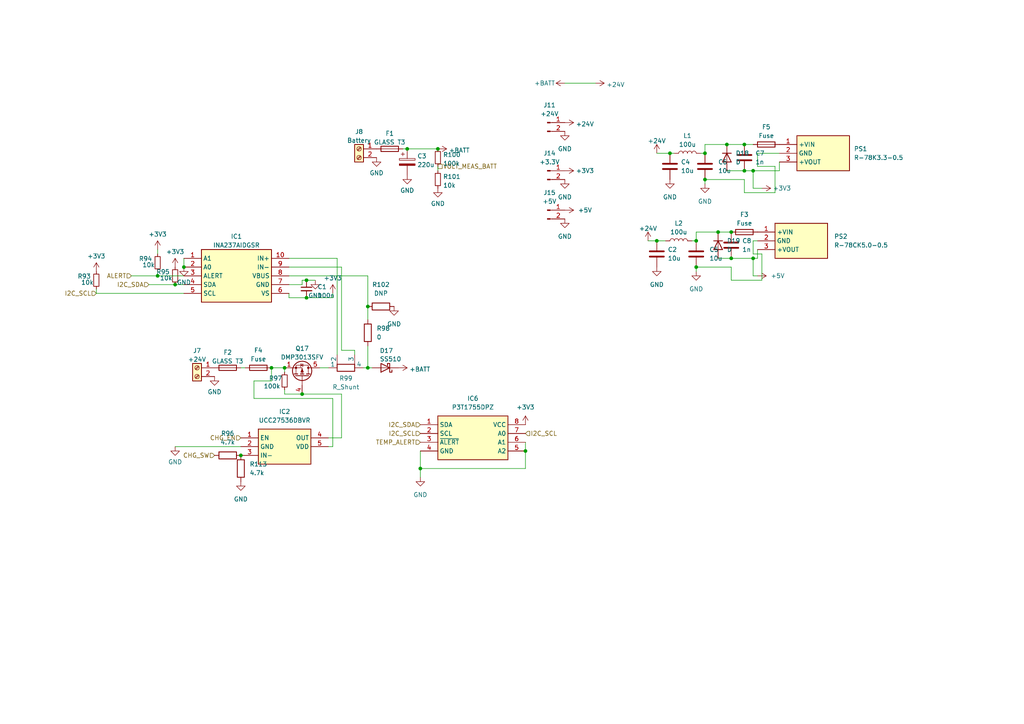
<source format=kicad_sch>
(kicad_sch (version 20231120) (generator "eeschema") (generator_version "8.0")
  (paper "A4")
  (lib_symbols
    (symbol "+BATT_1" (power) (pin_names (offset 0))
      (property "Value" "+BATT_1" (at 0 3.556 0))
      (symbol "+BATT_1_0_1"
        (polyline (pts (xy -0.762 1.27) (xy 0 2.54)))
        (polyline (pts (xy 0 0) (xy 0 2.54)))
        (polyline (pts (xy 0 2.54) (xy 0.762 1.27)))
      )
      (symbol "+BATT_1_1_1"
        (pin power_in line (at 0 0 90) (length 0) hide (name "+BATT") (number "1"))
      )
    )
    (symbol "Connector:Conn_01x02_Pin" (pin_names (offset 1.016) hide)
      (property "Reference" "J" (at 0 2.54 0))
      (property "Value" "Conn_01x02_Pin" (at 0 -5.08 0))
      (symbol "Conn_01x02_Pin_1_1"
        (polyline (pts (xy 1.27 -2.54) (xy 0.8636 -2.54)) (stroke (width 0.1524)))
        (polyline (pts (xy 1.27 0) (xy 0.8636 0)) (stroke (width 0.1524)))
        (rectangle (start 0.8636 -2.413) (end 0 -2.667) (stroke (width 0.1524)) (fill (type outline)))
        (rectangle (start 0.8636 0.127) (end 0 -0.127) (stroke (width 0.1524)) (fill (type outline)))
        (pin passive line (at 5.08 0 180) (length 3.81) (name "Pin_1") (number "1"))
        (pin passive line (at 5.08 -2.54 180) (length 3.81) (name "Pin_2") (number "2"))
      )
    )
    (symbol "Connector:Screw_Terminal_01x02" (pin_names (offset 1.016) hide)
      (property "Reference" "J" (at 0 2.54 0))
      (property "Value" "Screw_Terminal_01x02" (at 0 -5.08 0))
      (symbol "Screw_Terminal_01x02_1_1"
        (rectangle (start -1.27 1.27) (end 1.27 -3.81) (stroke (width 0.254)) (fill (type background)))
        (circle (center 0 -2.54) (radius 0.635) (stroke (width 0.1524)))
        (polyline (pts (xy -0.5334 -2.2098) (xy 0.3302 -3.048)) (stroke (width 0.1524)))
        (polyline (pts (xy -0.5334 0.3302) (xy 0.3302 -0.508)) (stroke (width 0.1524)))
        (polyline (pts (xy -0.3556 -2.032) (xy 0.508 -2.8702)) (stroke (width 0.1524)))
        (polyline (pts (xy -0.3556 0.508) (xy 0.508 -0.3302)) (stroke (width 0.1524)))
        (circle (center 0 0) (radius 0.635) (stroke (width 0.1524)))
        (pin passive line (at -5.08 0 0) (length 3.81) (name "Pin_1") (number "1"))
        (pin passive line (at -5.08 -2.54 0) (length 3.81) (name "Pin_2") (number "2"))
      )
    )
    (symbol "Device:C" (pin_numbers hide) (pin_names (offset 0.254))
      (property "Reference" "C" (at 0.635 2.54 0))
      (property "Value" "C" (at 0.635 -2.54 0))
      (symbol "C_0_1"
        (polyline (pts (xy -2.032 -0.762) (xy 2.032 -0.762)) (stroke (width 0.508)))
        (polyline (pts (xy -2.032 0.762) (xy 2.032 0.762)) (stroke (width 0.508)))
      )
      (symbol "C_1_1"
        (pin passive line (at 0 3.81 270) (length 2.794) (name "~") (number "1"))
        (pin passive line (at 0 -3.81 90) (length 2.794) (name "~") (number "2"))
      )
    )
    (symbol "Device:C_Polarized" (pin_numbers hide) (pin_names (offset 0.254))
      (property "Reference" "C" (at 0.635 2.54 0))
      (property "Value" "C_Polarized" (at 0.635 -2.54 0))
      (symbol "C_Polarized_0_1"
        (rectangle (start -2.286 0.508) (end 2.286 1.016))
        (polyline (pts (xy -1.778 2.286) (xy -0.762 2.286)))
        (polyline (pts (xy -1.27 2.794) (xy -1.27 1.778)))
        (rectangle (start 2.286 -0.508) (end -2.286 -1.016) (fill (type outline)))
      )
      (symbol "C_Polarized_1_1"
        (pin passive line (at 0 3.81 270) (length 2.794) (name "~") (number "1"))
        (pin passive line (at 0 -3.81 90) (length 2.794) (name "~") (number "2"))
      )
    )
    (symbol "Device:C_Small" (pin_numbers hide) (pin_names (offset 0.254) hide)
      (property "Reference" "C" (at 0.254 1.778 0))
      (property "Value" "C_Small" (at 0.254 -2.032 0))
      (symbol "C_Small_0_1"
        (polyline (pts (xy -1.524 -0.508) (xy 1.524 -0.508)) (stroke (width 0.3302)))
        (polyline (pts (xy -1.524 0.508) (xy 1.524 0.508)) (stroke (width 0.3048)))
      )
      (symbol "C_Small_1_1"
        (pin passive line (at 0 2.54 270) (length 2.032) (name "~") (number "1"))
        (pin passive line (at 0 -2.54 90) (length 2.032) (name "~") (number "2"))
      )
    )
    (symbol "Device:D" (pin_numbers hide) (pin_names (offset 1.016) hide)
      (property "Reference" "D" (at 0 2.54 0))
      (property "Value" "D" (at 0 -2.54 0))
      (symbol "D_0_1"
        (polyline (pts (xy -1.27 1.27) (xy -1.27 -1.27)) (stroke (width 0.254)))
        (polyline (pts (xy 1.27 0) (xy -1.27 0)))
        (polyline (pts (xy 1.27 1.27) (xy 1.27 -1.27) (xy -1.27 0) (xy 1.27 1.27)) (stroke (width 0.254)))
      )
      (symbol "D_1_1"
        (pin passive line (at -3.81 0 0) (length 2.54) (name "K") (number "1"))
        (pin passive line (at 3.81 0 180) (length 2.54) (name "A") (number "2"))
      )
    )
    (symbol "Device:D_Schottky" (pin_numbers hide) (pin_names (offset 1.016) hide)
      (property "Reference" "D" (at 0 2.54 0))
      (property "Value" "D_Schottky" (at 0 -2.54 0))
      (symbol "D_Schottky_0_1"
        (polyline (pts (xy 1.27 0) (xy -1.27 0)))
        (polyline (pts (xy 1.27 1.27) (xy 1.27 -1.27) (xy -1.27 0) (xy 1.27 1.27)) (stroke (width 0.254)))
        (polyline (pts (xy -1.905 0.635) (xy -1.905 1.27) (xy -1.27 1.27) (xy -1.27 -1.27) (xy -0.635 -1.27) (xy -0.635 -0.635)) (stroke (width 0.254)))
      )
      (symbol "D_Schottky_1_1"
        (pin passive line (at -3.81 0 0) (length 2.54) (name "K") (number "1"))
        (pin passive line (at 3.81 0 180) (length 2.54) (name "A") (number "2"))
      )
    )
    (symbol "Device:Fuse" (pin_numbers hide) (pin_names (offset 0))
      (property "Reference" "F" (at 2.032 0 90))
      (property "Value" "Fuse" (at -1.905 0 90))
      (symbol "Fuse_0_1"
        (rectangle (start -0.762 -2.54) (end 0.762 2.54) (stroke (width 0.254)))
        (polyline (pts (xy 0 2.54) (xy 0 -2.54)))
      )
      (symbol "Fuse_1_1"
        (pin passive line (at 0 3.81 270) (length 1.27) (name "~") (number "1"))
        (pin passive line (at 0 -3.81 90) (length 1.27) (name "~") (number "2"))
      )
    )
    (symbol "Device:L" (pin_numbers hide) (pin_names (offset 1.016) hide)
      (property "Reference" "L" (at -1.27 0 90))
      (property "Value" "L" (at 1.905 0 90))
      (symbol "L_0_1"
        (arc (start 0 -2.54) (mid 0.6323 -1.905) (end 0 -1.27))
        (arc (start 0 -1.27) (mid 0.6323 -0.635) (end 0 0))
        (arc (start 0 0) (mid 0.6323 0.635) (end 0 1.27))
        (arc (start 0 1.27) (mid 0.6323 1.905) (end 0 2.54))
      )
      (symbol "L_1_1"
        (pin passive line (at 0 3.81 270) (length 1.27) (name "1") (number "1"))
        (pin passive line (at 0 -3.81 90) (length 1.27) (name "2") (number "2"))
      )
    )
    (symbol "Device:R" (pin_numbers hide) (pin_names (offset 0))
      (property "Reference" "R" (at 2.032 0 90))
      (property "Value" "R" (at 0 0 90))
      (symbol "R_0_1"
        (rectangle (start -1.016 -2.54) (end 1.016 2.54) (stroke (width 0.254)))
      )
      (symbol "R_1_1"
        (pin passive line (at 0 3.81 270) (length 1.27) (name "~") (number "1"))
        (pin passive line (at 0 -3.81 90) (length 1.27) (name "~") (number "2"))
      )
    )
    (symbol "Device:R_Shunt" (pin_numbers hide) (pin_names (offset 0))
      (property "Reference" "R" (at -4.445 0 90))
      (property "Value" "R_Shunt" (at -2.54 0 90))
      (symbol "R_Shunt_0_1"
        (rectangle (start -1.016 -2.54) (end 1.016 2.54) (stroke (width 0.254)))
        (polyline (pts (xy 0 -2.54) (xy 1.27 -2.54)))
        (polyline (pts (xy 1.27 2.54) (xy 0 2.54)))
      )
      (symbol "R_Shunt_1_1"
        (pin passive line (at 0 5.08 270) (length 2.54) (name "1") (number "1"))
        (pin passive line (at 3.81 2.54 180) (length 2.54) (name "2") (number "2"))
        (pin passive line (at 3.81 -2.54 180) (length 2.54) (name "3") (number "3"))
        (pin passive line (at 0 -5.08 90) (length 2.54) (name "4") (number "4"))
      )
    )
    (symbol "Device:R_Small" (pin_numbers hide) (pin_names (offset 0.254) hide)
      (property "Reference" "R" (at 0.762 0.508 0))
      (property "Value" "R_Small" (at 0.762 -1.016 0))
      (symbol "R_Small_0_1"
        (rectangle (start -0.762 1.778) (end 0.762 -1.778) (stroke (width 0.2032)))
      )
      (symbol "R_Small_1_1"
        (pin passive line (at 0 2.54 270) (length 0.762) (name "~") (number "1"))
        (pin passive line (at 0 -2.54 90) (length 0.762) (name "~") (number "2"))
      )
    )
    (symbol "GND_1" (power) (pin_names (offset 0))
      (property "Value" "GND_1" (at 0 -3.81 0))
      (symbol "GND_1_0_1"
        (polyline (pts (xy 0 0) (xy 0 -1.27) (xy 1.27 -1.27) (xy 0 -2.54) (xy -1.27 -1.27) (xy 0 -1.27)))
      )
      (symbol "GND_1_1_1"
        (pin power_in line (at 0 0 270) (length 0) hide (name "GND") (number "1"))
      )
    )
    (symbol "GND_2" (power) (pin_names (offset 0))
      (property "Value" "GND_2" (at 0 -3.81 0))
      (symbol "GND_2_0_1"
        (polyline (pts (xy 0 0) (xy 0 -1.27) (xy 1.27 -1.27) (xy 0 -2.54) (xy -1.27 -1.27) (xy 0 -1.27)))
      )
      (symbol "GND_2_1_1"
        (pin power_in line (at 0 0 270) (length 0) hide (name "GND") (number "1"))
      )
    )
    (symbol "GND_3" (power) (pin_names (offset 0))
      (property "Value" "GND_3" (at 0 -3.81 0))
      (symbol "GND_3_0_1"
        (polyline (pts (xy 0 0) (xy 0 -1.27) (xy 1.27 -1.27) (xy 0 -2.54) (xy -1.27 -1.27) (xy 0 -1.27)))
      )
      (symbol "GND_3_1_1"
        (pin power_in line (at 0 0 270) (length 0) hide (name "GND") (number "1"))
      )
    )
    (symbol "GND_4" (power) (pin_names (offset 0))
      (property "Value" "GND_4" (at 0 -3.81 0))
      (symbol "GND_4_0_1"
        (polyline (pts (xy 0 0) (xy 0 -1.27) (xy 1.27 -1.27) (xy 0 -2.54) (xy -1.27 -1.27) (xy 0 -1.27)))
      )
      (symbol "GND_4_1_1"
        (pin power_in line (at 0 0 270) (length 0) hide (name "GND") (number "1"))
      )
    )
    (symbol "GND_5" (power) (pin_numbers hide) (pin_names (offset 0) hide)
      (property "Value" "GND" (at 0 -3.81 0))
      (symbol "GND_5_0_1"
        (polyline (pts (xy 0 0) (xy 0 -1.27) (xy 1.27 -1.27) (xy 0 -2.54) (xy -1.27 -1.27) (xy 0 -1.27)))
      )
      (symbol "GND_5_1_1"
        (pin power_in line (at 0 0 270) (length 0) (name "~") (number "1"))
      )
    )
    (symbol "INA237AIDGSR:INA237AIDGSR"
      (property "Reference" "IC" (at 26.67 7.62 0))
      (property "Value" "INA237AIDGSR" (at 26.67 5.08 0))
      (symbol "INA237AIDGSR_1_1"
        (rectangle (start 5.08 2.54) (end 25.4 -12.7) (stroke (width 0.254)) (fill (type background)))
        (pin input line (at 0 0 0) (length 5.08) (name "A1") (number "1"))
        (pin input line (at 30.48 0 180) (length 5.08) (name "IN+") (number "10"))
        (pin input line (at 0 -2.54 0) (length 5.08) (name "A0") (number "2"))
        (pin output line (at 0 -5.08 0) (length 5.08) (name "ALERT") (number "3"))
        (pin bidirectional line (at 0 -7.62 0) (length 5.08) (name "SDA") (number "4"))
        (pin input line (at 0 -10.16 0) (length 5.08) (name "SCL") (number "5"))
        (pin power_in line (at 30.48 -10.16 180) (length 5.08) (name "VS") (number "6"))
        (pin power_in line (at 30.48 -7.62 180) (length 5.08) (name "GND") (number "7"))
        (pin input line (at 30.48 -5.08 180) (length 5.08) (name "VBUS") (number "8"))
        (pin input line (at 30.48 -2.54 180) (length 5.08) (name "IN-") (number "9"))
      )
    )
    (symbol "P3T1755DPZ:P3T1755DPZ"
      (property "Reference" "IC" (at 26.67 7.62 0))
      (property "Value" "P3T1755DPZ" (at 26.67 5.08 0))
      (symbol "P3T1755DPZ_1_1"
        (rectangle (start 5.08 2.54) (end 25.4 -10.16) (stroke (width 0.254)) (fill (type background)))
        (pin passive line (at 0 0 0) (length 5.08) (name "SDA") (number "1"))
        (pin passive line (at 0 -2.54 0) (length 5.08) (name "SCL") (number "2"))
        (pin passive line (at 0 -5.08 0) (length 5.08) (name "~{ALERT}") (number "3"))
        (pin passive line (at 0 -7.62 0) (length 5.08) (name "GND") (number "4"))
        (pin passive line (at 30.48 -7.62 180) (length 5.08) (name "A2") (number "5"))
        (pin passive line (at 30.48 -5.08 180) (length 5.08) (name "A1") (number "6"))
        (pin passive line (at 30.48 -2.54 180) (length 5.08) (name "A0") (number "7"))
        (pin passive line (at 30.48 0 180) (length 5.08) (name "VCC") (number "8"))
      )
    )
    (symbol "R-78K3_3-0_5:R-78K3.3-0.5"
      (property "Reference" "PS" (at 21.59 7.62 0))
      (property "Value" "R-78K3.3-0.5" (at 21.59 5.08 0))
      (symbol "R-78K3.3-0.5_1_1"
        (rectangle (start 5.08 2.54) (end 20.32 -7.62) (stroke (width 0.254)) (fill (type background)))
        (pin passive line (at 0 0 0) (length 5.08) (name "+VIN") (number "1"))
        (pin passive line (at 0 -2.54 0) (length 5.08) (name "GND") (number "2"))
        (pin passive line (at 0 -5.08 0) (length 5.08) (name "+VOUT") (number "3"))
      )
    )
    (symbol "Transistor_FET:DMP3013SFV" (pin_names hide)
      (property "Reference" "Q" (at 5.08 1.905 0))
      (property "Value" "DMP3013SFV" (at 5.08 0 0))
      (symbol "DMP3013SFV_0_1"
        (polyline (pts (xy 0.254 0) (xy -2.54 0)))
        (polyline (pts (xy 0.254 1.905) (xy 0.254 -1.905)) (stroke (width 0.254)))
        (polyline (pts (xy 0.762 -1.27) (xy 0.762 -2.286)) (stroke (width 0.254)))
        (polyline (pts (xy 0.762 0.508) (xy 0.762 -0.508)) (stroke (width 0.254)))
        (polyline (pts (xy 0.762 2.286) (xy 0.762 1.27)) (stroke (width 0.254)))
        (polyline (pts (xy 2.54 2.54) (xy 2.54 1.778)))
        (polyline (pts (xy 2.54 -2.54) (xy 2.54 0) (xy 0.762 0)))
        (polyline (pts (xy 0.762 1.778) (xy 3.302 1.778) (xy 3.302 -1.778) (xy 0.762 -1.778)))
        (polyline (pts (xy 2.286 0) (xy 1.27 0.381) (xy 1.27 -0.381) (xy 2.286 0)) (fill (type outline)))
        (polyline (pts (xy 2.794 -0.508) (xy 2.921 -0.381) (xy 3.683 -0.381) (xy 3.81 -0.254)))
        (polyline (pts (xy 3.302 -0.381) (xy 2.921 0.254) (xy 3.683 0.254) (xy 3.302 -0.381)))
        (circle (center 1.651 0) (radius 2.794) (stroke (width 0.254)))
        (circle (center 2.54 -1.778) (radius 0.254) (fill (type outline)))
        (circle (center 2.54 1.778) (radius 0.254) (fill (type outline)))
      )
      (symbol "DMP3013SFV_1_1"
        (pin passive line (at 2.54 -5.08 90) (length 2.54) (name "S") (number "1"))
        (pin passive line (at 2.54 -5.08 90) (length 2.54) hide (name "S") (number "2"))
        (pin passive line (at 2.54 -5.08 90) (length 2.54) hide (name "S") (number "3"))
        (pin passive line (at -5.08 0 0) (length 2.54) (name "G") (number "4"))
        (pin passive line (at 2.54 5.08 270) (length 2.54) (name "D") (number "5"))
      )
    )
    (symbol "UCC27536DBVR:UCC27536DBVR"
      (property "Reference" "IC" (at 21.59 7.62 0))
      (property "Value" "UCC27536DBVR" (at 21.59 5.08 0))
      (symbol "UCC27536DBVR_1_1"
        (rectangle (start 5.08 2.54) (end 20.32 -7.62) (stroke (width 0.254)) (fill (type background)))
        (pin passive line (at 0 0 0) (length 5.08) (name "EN") (number "1"))
        (pin passive line (at 0 -2.54 0) (length 5.08) (name "GND") (number "2"))
        (pin passive line (at 0 -5.08 0) (length 5.08) (name "IN-") (number "3"))
        (pin passive line (at 25.4 0 180) (length 5.08) (name "OUT") (number "4"))
        (pin passive line (at 25.4 -2.54 180) (length 5.08) (name "VDD") (number "5"))
      )
    )
    (symbol "power:+24V" (power) (pin_names (offset 0))
      (property "Value" "+24V" (at 0 3.556 0))
      (symbol "+24V_0_1"
        (polyline (pts (xy -0.762 1.27) (xy 0 2.54)))
        (polyline (pts (xy 0 0) (xy 0 2.54)))
        (polyline (pts (xy 0 2.54) (xy 0.762 1.27)))
      )
      (symbol "+24V_1_1"
        (pin power_in line (at 0 0 90) (length 0) hide (name "+24V") (number "1"))
      )
    )
    (symbol "power:+3V3" (power) (pin_names (offset 0))
      (property "Value" "+3V3" (at 0 3.556 0))
      (symbol "+3V3_0_1"
        (polyline (pts (xy -0.762 1.27) (xy 0 2.54)))
        (polyline (pts (xy 0 0) (xy 0 2.54)))
        (polyline (pts (xy 0 2.54) (xy 0.762 1.27)))
      )
      (symbol "+3V3_1_1"
        (pin power_in line (at 0 0 90) (length 0) hide (name "+3V3") (number "1"))
      )
    )
    (symbol "power:+5V" (power) (pin_names (offset 0))
      (property "Value" "+5V" (at 0 3.556 0))
      (symbol "+5V_0_1"
        (polyline (pts (xy -0.762 1.27) (xy 0 2.54)))
        (polyline (pts (xy 0 0) (xy 0 2.54)))
        (polyline (pts (xy 0 2.54) (xy 0.762 1.27)))
      )
      (symbol "+5V_1_1"
        (pin power_in line (at 0 0 90) (length 0) hide (name "+5V") (number "1"))
      )
    )
    (symbol "power:+BATT" (power) (pin_names (offset 0))
      (property "Value" "+BATT" (at 0 3.556 0))
      (symbol "+BATT_0_1"
        (polyline (pts (xy -0.762 1.27) (xy 0 2.54)))
        (polyline (pts (xy 0 0) (xy 0 2.54)))
        (polyline (pts (xy 0 2.54) (xy 0.762 1.27)))
      )
      (symbol "+BATT_1_1"
        (pin power_in line (at 0 0 90) (length 0) hide (name "+BATT") (number "1"))
      )
    )
    (symbol "power:GND" (power) (pin_names (offset 0))
      (property "Value" "GND" (at 0 -3.81 0))
      (symbol "GND_0_1"
        (polyline (pts (xy 0 0) (xy 0 -1.27) (xy 1.27 -1.27) (xy 0 -2.54) (xy -1.27 -1.27) (xy 0 -1.27)))
      )
      (symbol "GND_1_1"
        (pin power_in line (at 0 0 270) (length 0) hide (name "GND") (number "1"))
      )
    )
  )
  (junction (at 204.47 44.45))
  (junction (at 201.93 69.85))
  (junction (at 69.85 132.08))
  (junction (at 121.92 135.89))
  (junction (at 45.72 80.01))
  (junction (at 127 43.18))
  (junction (at 212.09 74.93))
  (junction (at 204.47 52.07))
  (junction (at 210.82 41.91))
  (junction (at 53.34 77.47))
  (junction (at 87.63 114.3))
  (junction (at 218.44 74.93))
  (junction (at 88.9 81.28))
  (junction (at 106.68 88.9))
  (junction (at 212.09 67.31))
  (junction (at 82.55 106.68))
  (junction (at 152.4 130.81))
  (junction (at 106.68 106.68))
  (junction (at 215.9 41.91))
  (junction (at 190.5 69.85))
  (junction (at 118.11 43.18))
  (junction (at 88.9 86.36))
  (junction (at 208.28 67.31))
  (junction (at 218.44 49.53))
  (junction (at 201.93 77.47))
  (junction (at 78.74 106.68))
  (junction (at 50.8 82.55))
  (junction (at 215.9 49.53))
  (junction (at 194.31 44.45))
  (wire (pts (xy 118.11 43.18) (xy 127 43.18)))
  (wire (pts (xy 187.96 69.85) (xy 190.5 69.85)))
  (wire (pts (xy 53.34 74.93) (xy 53.34 77.47)))
  (wire (pts (xy 220.98 54.61) (xy 218.44 54.61)))
  (wire (pts (xy 190.5 69.85) (xy 193.04 69.85)))
  (wire (pts (xy 212.09 77.47) (xy 201.93 77.47)))
  (wire (pts (xy 218.44 80.01) (xy 218.44 74.93)))
  (wire (pts (xy 83.82 77.47) (xy 99.06 77.47)))
  (wire (pts (xy 218.44 73.66) (xy 220.98 73.66)))
  (wire (pts (xy 208.28 74.93) (xy 212.09 74.93)))
  (wire (pts (xy 219.71 48.26) (xy 224.79 48.26)))
  (wire (pts (xy 73.66 115.57) (xy 73.66 110.49)))
  (wire (pts (xy 97.79 74.93) (xy 97.79 102.87)))
  (wire (pts (xy 215.9 49.53) (xy 218.44 49.53)))
  (wire (pts (xy 95.25 127) (xy 99.06 127)))
  (wire (pts (xy 73.66 110.49) (xy 78.74 110.49)))
  (wire (pts (xy 82.55 114.3) (xy 82.55 113.03)))
  (wire (pts (xy 45.72 80.01) (xy 53.34 80.01)))
  (wire (pts (xy 127 48.26) (xy 127 49.53)))
  (wire (pts (xy 201.93 67.31) (xy 201.93 69.85)))
  (wire (pts (xy 83.82 74.93) (xy 97.79 74.93)))
  (wire (pts (xy 118.11 43.18) (xy 116.84 43.18)))
  (wire (pts (xy 87.63 114.3) (xy 99.06 114.3)))
  (wire (pts (xy 82.55 106.68) (xy 82.55 107.95)))
  (wire (pts (xy 204.47 53.34) (xy 204.47 52.07)))
  (wire (pts (xy 215.9 52.07) (xy 204.47 52.07)))
  (wire (pts (xy 102.87 101.6) (xy 102.87 102.87)))
  (wire (pts (xy 218.44 49.53) (xy 226.06 49.53)))
  (wire (pts (xy 99.06 114.3) (xy 99.06 127)))
  (wire (pts (xy 121.92 135.89) (xy 152.4 135.89)))
  (wire (pts (xy 78.74 106.68) (xy 82.55 106.68)))
  (wire (pts (xy 219.71 80.01) (xy 218.44 80.01)))
  (wire (pts (xy 215.9 41.91) (xy 218.44 41.91)))
  (wire (pts (xy 204.47 41.91) (xy 204.47 44.45)))
  (wire (pts (xy 106.68 80.01) (xy 106.68 88.9)))
  (wire (pts (xy 210.82 41.91) (xy 215.9 41.91)))
  (wire (pts (xy 99.06 101.6) (xy 102.87 101.6)))
  (wire (pts (xy 204.47 41.91) (xy 210.82 41.91)))
  (wire (pts (xy 194.31 44.45) (xy 195.58 44.45)))
  (wire (pts (xy 121.92 135.89) (xy 121.92 130.81)))
  (wire (pts (xy 218.44 73.66) (xy 218.44 69.85)))
  (wire (pts (xy 219.71 44.45) (xy 226.06 44.45)))
  (wire (pts (xy 96.52 115.57) (xy 73.66 115.57)))
  (wire (pts (xy 50.8 82.55) (xy 53.34 82.55)))
  (wire (pts (xy 201.93 69.85) (xy 200.66 69.85)))
  (wire (pts (xy 204.47 44.45) (xy 203.2 44.45)))
  (wire (pts (xy 190.5 44.45) (xy 194.31 44.45)))
  (wire (pts (xy 220.98 81.28) (xy 212.09 81.28)))
  (wire (pts (xy 87.63 81.28) (xy 87.63 82.55)))
  (wire (pts (xy 218.44 54.61) (xy 218.44 49.53)))
  (wire (pts (xy 107.95 106.68) (xy 106.68 106.68)))
  (wire (pts (xy 53.34 85.09) (xy 27.94 85.09)))
  (wire (pts (xy 201.93 67.31) (xy 208.28 67.31)))
  (wire (pts (xy 88.9 81.28) (xy 87.63 81.28)))
  (wire (pts (xy 152.4 130.81) (xy 152.4 135.89)))
  (wire (pts (xy 96.52 86.36) (xy 96.52 85.09)))
  (wire (pts (xy 219.71 74.93) (xy 219.71 72.39)))
  (wire (pts (xy 83.82 80.01) (xy 106.68 80.01)))
  (wire (pts (xy 106.68 88.9) (xy 106.68 92.71)))
  (wire (pts (xy 226.06 49.53) (xy 226.06 46.99)))
  (wire (pts (xy 27.94 85.09) (xy 27.94 83.82)))
  (wire (pts (xy 95.25 129.54) (xy 96.52 129.54)))
  (wire (pts (xy 152.4 128.27) (xy 152.4 130.81)))
  (wire (pts (xy 201.93 78.74) (xy 201.93 77.47)))
  (wire (pts (xy 83.82 82.55) (xy 87.63 82.55)))
  (wire (pts (xy 163.83 24.13) (xy 172.72 24.13)))
  (wire (pts (xy 95.25 106.68) (xy 92.71 106.68)))
  (wire (pts (xy 106.68 100.33) (xy 106.68 106.68)))
  (wire (pts (xy 208.28 67.31) (xy 212.09 67.31)))
  (wire (pts (xy 218.44 74.93) (xy 219.71 74.93)))
  (wire (pts (xy 43.18 82.55) (xy 50.8 82.55)))
  (wire (pts (xy 215.9 55.88) (xy 215.9 52.07)))
  (wire (pts (xy 78.74 110.49) (xy 78.74 106.68)))
  (wire (pts (xy 50.8 129.54) (xy 69.85 129.54)))
  (wire (pts (xy 210.82 49.53) (xy 215.9 49.53)))
  (wire (pts (xy 224.79 48.26) (xy 224.79 55.88)))
  (wire (pts (xy 38.1 80.01) (xy 45.72 80.01)))
  (wire (pts (xy 218.44 69.85) (xy 219.71 69.85)))
  (wire (pts (xy 212.09 74.93) (xy 218.44 74.93)))
  (wire (pts (xy 99.06 77.47) (xy 99.06 101.6)))
  (wire (pts (xy 219.71 48.26) (xy 219.71 44.45)))
  (wire (pts (xy 212.09 81.28) (xy 212.09 77.47)))
  (wire (pts (xy 45.72 73.66) (xy 45.72 72.39)))
  (wire (pts (xy 220.98 73.66) (xy 220.98 81.28)))
  (wire (pts (xy 88.9 86.36) (xy 96.52 86.36)))
  (wire (pts (xy 121.92 138.43) (xy 121.92 135.89)))
  (wire (pts (xy 106.68 106.68) (xy 105.41 106.68)))
  (wire (pts (xy 91.44 81.28) (xy 88.9 81.28)))
  (wire (pts (xy 69.85 106.68) (xy 71.12 106.68)))
  (wire (pts (xy 45.72 78.74) (xy 45.72 80.01)))
  (wire (pts (xy 83.82 86.36) (xy 88.9 86.36)))
  (wire (pts (xy 82.55 114.3) (xy 87.63 114.3)))
  (wire (pts (xy 83.82 86.36) (xy 83.82 85.09)))
  (wire (pts (xy 224.79 55.88) (xy 215.9 55.88)))
  (wire (pts (xy 96.52 129.54) (xy 96.52 115.57)))
  (hierarchical_label "VOLT_MEAS_BATT" (shape passive) (at 127 48.26 0))
  (hierarchical_label "I2C_SCL" (shape input) (at 27.94 85.09 180))
  (hierarchical_label "I2C_SCL" (shape input) (at 121.92 125.73 180))
  (hierarchical_label "TEMP_ALERT" (shape input) (at 121.92 128.27 180))
  (hierarchical_label "I2C_SCL" (shape input) (at 152.4 125.73 0))
  (hierarchical_label "I2C_SDA" (shape input) (at 43.18 82.55 180))
  (hierarchical_label "CHG_EN" (shape input) (at 69.85 127 180))
  (hierarchical_label "I2C_SDA" (shape input) (at 121.92 123.19 180))
  (hierarchical_label "CHG_SW" (shape input) (at 62.23 132.08 180))
  (hierarchical_label "ALERT" (shape input) (at 38.1 80.01 180))
  (symbol (lib_name "GND_3") (lib_id "power:GND") (at 127 54.61 0) (unit 1)
    (property "Reference" "#PWR098" (effects (hide yes)))
    (property "Value" "GND" (at 127 59.0534 0))
  )
  (symbol (lib_id "UCC27536DBVR:UCC27536DBVR") (at 69.85 127 0) (unit 1)
    (property "Reference" "IC2" (at 82.55 119.38 0))
    (property "Value" "UCC27536DBVR" (at 82.55 121.92 0))
    (property "Footprint" "Library:SOT95P280X145-5N" (effects (hide yes)))
    (property "Datasheet" "http://www.ti.com/general/docs/suppproductinfo.tsp?distId=10&gotoUrl=http%3A%2F%2Fwww.ti.com%2Flit%2Fgpn%2Fucc27533" (effects (hide yes)))
    (property "Height" "1.45" (effects (hide yes)))
    (property "Mouser Part Number" "595-UCC27536DBVR" (effects (hide yes)))
    (property "Mouser Price/Stock" "https://www.mouser.co.uk/ProductDetail/Texas-Instruments/UCC27536DBVR?qs=agb8jVP5T2duSTBNeBxClA%3D%3D" (effects (hide yes)))
    (property "Manufacturer_Name" "Texas Instruments" (effects (hide yes)))
    (property "Manufacturer_Part_Number" "UCC27536DBVR" (effects (hide yes)))
  )
  (symbol (lib_id "power:+24V") (at 187.96 69.85 0) (unit 1)
    (property "Reference" "#PWR092" (effects (hide yes)))
    (property "Value" "+24V" (at 187.96 66.2742 0))
  )
  (symbol (lib_name "GND_4") (lib_id "power:GND") (at 201.93 78.74 0) (unit 1)
    (property "Reference" "#PWR095" (effects (hide yes)))
    (property "Value" "GND" (at 201.93 83.82 0))
  )
  (symbol (lib_id "INA237AIDGSR:INA237AIDGSR") (at 53.34 74.93 0) (unit 1)
    (property "Reference" "IC1" (at 68.58 68.58 0))
    (property "Value" "INA237AIDGSR" (at 68.58 71.12 0))
    (property "Footprint" "Library:SOP50P490X110-10N" (effects (hide yes)))
    (property "Datasheet" "https://www.ti.com/lit/gpn/INA237" (effects (hide yes)))
    (property "Height" "1.1" (effects (hide yes)))
    (property "Manufacturer_Name" "Texas Instruments" (effects (hide yes)))
    (property "Manufacturer_Part_Number" "INA237AIDGSR" (effects (hide yes)))
    (property "Mouser Part Number" "595-INA237AIDGSR" (effects (hide yes)))
    (property "Mouser Price/Stock" "https://www.mouser.co.uk/ProductDetail/Texas-Instruments/INA237AIDGSR?qs=CiayqK2gdcIU2cM0wwJ5Kg%3D%3D" (effects (hide yes)))
    (property "Arrow Part Number" "INA237AIDGSR" (effects (hide yes)))
    (property "Arrow Price/Stock" "https://www.arrow.com/en/products/ina237aidgsr/texas-instruments?region=nac" (effects (hide yes)))
  )
  (symbol (lib_id "Device:Fuse") (at 74.93 106.68 90) (unit 1)
    (property "Reference" "F4" (at 74.93 101.6 90))
    (property "Value" "Fuse" (at 74.93 104.14 90))
    (property "Footprint" "Fuse:Fuse_2920_7451Metric_Pad2.10x5.45mm_HandSolder" (effects (hide yes)))
  )
  (symbol (lib_id "Device:L") (at 199.39 44.45 90) (unit 1)
    (property "Reference" "L1" (at 199.39 39.37 90))
    (property "Value" "100u" (at 199.39 41.91 90))
    (property "Footprint" "Inductor_SMD:L_Bourns-SRN4018" (effects (hide yes)))
  )
  (symbol (lib_id "Device:D") (at 208.28 71.12 270) (unit 1)
    (property "Reference" "D19" (at 210.82 69.85 90) (effects (justify left)))
    (property "Value" "D" (at 210.82 72.39 90) (effects (justify left)))
    (property "Footprint" "Diode_SMD:D_SOD-323F" (effects (hide yes)))
    (property "Sim.Device" "D" (effects (hide yes)))
    (property "Sim.Pins" "1=K 2=A" (effects (hide yes)))
  )
  (symbol (lib_id "power:+3V3") (at 50.8 77.47 0) (unit 1)
    (property "Reference" "#PWR086" (effects (hide yes)))
    (property "Value" "+3V3" (at 50.8 73.025 0))
  )
  (symbol (lib_id "Device:D") (at 210.82 45.72 270) (unit 1)
    (property "Reference" "D18" (at 213.36 44.45 90) (effects (justify left)))
    (property "Value" "D" (at 213.36 46.99 90) (effects (justify left)))
    (property "Footprint" "Diode_SMD:D_SOD-323F" (effects (hide yes)))
    (property "Sim.Device" "D" (effects (hide yes)))
    (property "Sim.Pins" "1=K 2=A" (effects (hide yes)))
  )
  (symbol (lib_id "Device:R_Small") (at 50.8 80.01 0) (unit 1)
    (property "Reference" "R95" (at 45.339 78.867 0) (effects (justify left)))
    (property "Value" "10k" (at 46.355 80.645 0) (effects (justify left)))
    (property "Footprint" "Resistor_SMD:R_0603_1608Metric_Pad0.98x0.95mm_HandSolder" (effects (hide yes)))
  )
  (symbol (lib_id "Connector:Conn_01x02_Pin") (at 158.75 60.96 0) (unit 1)
    (property "Reference" "J15" (at 159.385 55.88 0))
    (property "Value" "+5V" (at 159.385 58.42 0))
    (property "Footprint" "Connector_PinHeader_2.54mm:PinHeader_1x02_P2.54mm_Vertical" (effects (hide yes)))
  )
  (symbol (lib_id "power:+3V3") (at 45.72 72.39 0) (unit 1)
    (property "Reference" "#PWR085" (effects (hide yes)))
    (property "Value" "+3V3" (at 45.72 67.945 0))
  )
  (symbol (lib_id "Device:C") (at 204.47 48.26 0) (unit 1)
    (property "Reference" "C6" (at 208.28 46.99 0) (effects (justify left)))
    (property "Value" "10u" (at 208.28 49.53 0) (effects (justify left)))
    (property "Footprint" "Capacitor_SMD:C_0603_1608Metric_Pad1.08x0.95mm_HandSolder" (effects (hide yes)))
  )
  (symbol (lib_name "GND_5") (lib_id "power:GND") (at 69.85 139.7 0) (unit 1)
    (property "Reference" "#PWR0141" (effects (hide yes)))
    (property "Value" "GND" (at 69.85 144.78 0))
    (property "Description" "Power symbol creates a global label with name \"GND\" , ground" (effects (hide yes)))
  )
  (symbol (lib_id "power:GND") (at 121.92 138.43 0) (unit 1)
    (property "Reference" "#PWR0118" (effects (hide yes)))
    (property "Value" "GND" (at 121.92 143.51 0))
  )
  (symbol (lib_id "Device:Fuse") (at 215.9 67.31 90) (unit 1)
    (property "Reference" "F3" (at 215.9 62.23 90))
    (property "Value" "Fuse" (at 215.9 64.77 90))
    (property "Footprint" "Fuse:Fuse_2920_7451Metric_Pad2.10x5.45mm_HandSolder" (effects (hide yes)))
  )
  (symbol (lib_id "Device:D_Schottky") (at 111.76 106.68 180) (unit 1)
    (property "Reference" "D17" (at 112.0775 101.7102 0))
    (property "Value" "SS510" (at 113.284 104.14 0))
    (property "Footprint" "Diode_SMD:D_SMA_Handsoldering" (effects (hide yes)))
  )
  (symbol (lib_name "GND_3") (lib_id "power:GND") (at 91.44 81.28 0) (unit 1)
    (property "Reference" "#PWR089" (effects (hide yes)))
    (property "Value" "GND" (at 91.44 85.7234 0))
  )
  (symbol (lib_id "power:+BATT") (at 163.83 24.13 90) (unit 1)
    (property "Reference" "#PWR0100" (effects (hide yes)))
    (property "Value" "+BATT" (at 154.94 24.13 90) (effects (justify right)))
  )
  (symbol (lib_id "Device:R_Small") (at 82.55 110.49 0) (unit 1)
    (property "Reference" "R97" (at 77.978 109.728 0) (effects (justify left)))
    (property "Value" "100k" (at 76.454 112.014 0) (effects (justify left)))
    (property "Footprint" "Resistor_SMD:R_0603_1608Metric_Pad0.98x0.95mm_HandSolder" (effects (hide yes)))
  )
  (symbol (lib_id "power:+BATT") (at 127 43.18 270) (unit 1)
    (property "Reference" "#PWR099" (effects (hide yes)))
    (property "Value" "+BATT" (at 130.175 43.6138 90) (effects (justify left)))
  )
  (symbol (lib_id "Device:R") (at 66.04 132.08 90) (unit 1)
    (property "Reference" "R96" (at 66.04 125.73 90))
    (property "Value" "4.7k" (at 66.04 128.27 90))
    (property "Footprint" "Resistor_SMD:R_0603_1608Metric_Pad0.98x0.95mm_HandSolder" (effects (hide yes)))
  )
  (symbol (lib_id "Connector:Conn_01x02_Pin") (at 158.75 35.56 0) (unit 1)
    (property "Reference" "J11" (at 159.385 30.48 0))
    (property "Value" "+24V" (at 159.385 33.02 0))
    (property "Footprint" "Connector_PinHeader_2.54mm:PinHeader_1x02_P2.54mm_Vertical" (effects (hide yes)))
  )
  (symbol (lib_id "R-78K3_3-0_5:R-78K3.3-0.5") (at 219.71 67.31 0) (unit 1)
    (property "Reference" "PS2" (at 241.935 68.58 0) (effects (justify left)))
    (property "Value" "R-78CK5.0-0.5" (at 241.935 71.12 0) (effects (justify left)))
    (property "Footprint" "Library:R78K3305" (effects (hide yes)))
    (property "Datasheet" "https://recom-power.com/pdf/Innoline/R-78K-0.5.pdf" (effects (hide yes)))
    (property "Height" "10.7" (effects (hide yes)))
    (property "Mouser Part Number" "919-R-78K3.3-0.5" (effects (hide yes)))
    (property "Mouser Price/Stock" "https://www.mouser.co.uk/ProductDetail/RECOM-Power/R-78K3.3-0.5?qs=Jm2GQyTW%2Fbj7sBbJVsNKog%3D%3D" (effects (hide yes)))
    (property "Manufacturer_Name" "RECOM Power" (effects (hide yes)))
    (property "Manufacturer_Part_Number" "R-78K3.3-0.5" (effects (hide yes)))
  )
  (symbol (lib_id "power:GND") (at 163.83 52.07 0) (unit 1)
    (property "Reference" "#PWR0132" (effects (hide yes)))
    (property "Value" "GND" (at 163.83 57.15 0))
  )
  (symbol (lib_id "Device:R") (at 69.85 135.89 180) (unit 1)
    (property "Reference" "R113" (at 72.39 134.6199 0) (effects (justify right)))
    (property "Value" "4.7k" (at 72.39 137.1599 0) (effects (justify right)))
    (property "Footprint" "Resistor_SMD:R_0603_1608Metric_Pad0.98x0.95mm_HandSolder" (effects (hide yes)))
  )
  (symbol (lib_id "power:+3V3") (at 220.98 54.61 270) (unit 1)
    (property "Reference" "#PWR0106" (effects (hide yes)))
    (property "Value" "+3V3" (at 224.155 54.61 90) (effects (justify left)))
  )
  (symbol (lib_name "GND_4") (lib_id "power:GND") (at 204.47 53.34 0) (unit 1)
    (property "Reference" "#PWR0104" (effects (hide yes)))
    (property "Value" "GND" (at 204.47 58.42 0))
  )
  (symbol (lib_id "Device:Fuse") (at 66.04 106.68 270) (unit 1)
    (property "Reference" "F2" (at 66.04 102.2182 90))
    (property "Value" "GLASS T3" (at 66.04 104.7551 90))
    (property "Footprint" "Fuse:Fuseholder_Littelfuse_100_series_5x20mm" (effects (hide yes)))
  )
  (symbol (lib_id "Connector:Conn_01x02_Pin") (at 158.75 49.53 0) (unit 1)
    (property "Reference" "J14" (at 159.385 44.45 0))
    (property "Value" "+3.3V" (at 159.385 46.99 0))
    (property "Footprint" "Connector_PinHeader_2.54mm:PinHeader_1x02_P2.54mm_Vertical" (effects (hide yes)))
  )
  (symbol (lib_name "GND_2") (lib_id "power:GND") (at 109.22 45.72 0) (unit 1)
    (property "Reference" "#PWR093" (effects (hide yes)))
    (property "Value" "GND" (at 109.22 50.1634 0))
  )
  (symbol (lib_name "GND_4") (lib_id "power:GND") (at 190.5 77.47 0) (unit 1)
    (property "Reference" "#PWR094" (effects (hide yes)))
    (property "Value" "GND" (at 190.5 82.55 0))
  )
  (symbol (lib_id "Device:R_Small") (at 127 45.72 0) (unit 1)
    (property "Reference" "R100" (at 128.4986 44.8853 0) (effects (justify left)))
    (property "Value" "100k" (at 128.4986 47.4222 0) (effects (justify left)))
    (property "Footprint" "Resistor_SMD:R_0603_1608Metric_Pad0.98x0.95mm_HandSolder" (effects (hide yes)))
  )
  (symbol (lib_id "Connector:Screw_Terminal_01x02") (at 104.14 43.18 0) (mirror y) (unit 1)
    (property "Reference" "J8" (at 104.14 38.2102 0))
    (property "Value" "Battery" (at 104.14 40.7471 0))
    (property "Footprint" "TerminalBlock:TerminalBlock_bornier-2_P5.08mm" (effects (hide yes)))
  )
  (symbol (lib_id "power:+5V") (at 163.83 60.96 270) (unit 1)
    (property "Reference" "#PWR0136" (effects (hide yes)))
    (property "Value" "+5V" (at 167.64 60.96 90) (effects (justify left)))
  )
  (symbol (lib_id "Device:C") (at 194.31 48.26 0) (unit 1)
    (property "Reference" "C4" (at 197.485 46.99 0) (effects (justify left)))
    (property "Value" "10u" (at 197.485 49.53 0) (effects (justify left)))
    (property "Footprint" "Capacitor_SMD:C_0603_1608Metric_Pad1.08x0.95mm_HandSolder" (effects (hide yes)))
  )
  (symbol (lib_id "Device:R") (at 106.68 96.52 0) (unit 1)
    (property "Reference" "R98" (at 109.22 95.25 0) (effects (justify left)))
    (property "Value" "0" (at 109.22 97.79 0) (effects (justify left)))
    (property "Footprint" "Resistor_SMD:R_0603_1608Metric_Pad0.98x0.95mm_HandSolder" (effects (hide yes)))
  )
  (symbol (lib_id "power:+3V3") (at 27.94 78.74 0) (unit 1)
    (property "Reference" "#PWR084" (effects (hide yes)))
    (property "Value" "+3V3" (at 27.94 74.295 0))
  )
  (symbol (lib_id "Device:R_Small") (at 127 52.07 0) (unit 1)
    (property "Reference" "R101" (at 128.4986 51.2353 0) (effects (justify left)))
    (property "Value" "10k" (at 128.4986 53.7722 0) (effects (justify left)))
    (property "Footprint" "Resistor_SMD:R_0603_1608Metric_Pad0.98x0.95mm_HandSolder" (effects (hide yes)))
  )
  (symbol (lib_id "Device:R_Small") (at 45.72 76.2 0) (unit 1)
    (property "Reference" "R94" (at 40.259 75.057 0) (effects (justify left)))
    (property "Value" "10k" (at 41.275 76.835 0) (effects (justify left)))
    (property "Footprint" "Resistor_SMD:R_0603_1608Metric_Pad0.98x0.95mm_HandSolder" (effects (hide yes)))
  )
  (symbol (lib_id "Device:L") (at 196.85 69.85 90) (unit 1)
    (property "Reference" "L2" (at 196.85 64.77 90))
    (property "Value" "100u" (at 196.85 67.31 90))
    (property "Footprint" "Inductor_SMD:L_Bourns-SRN4018" (effects (hide yes)))
  )
  (symbol (lib_id "Device:R_Small") (at 27.94 81.28 0) (unit 1)
    (property "Reference" "R93" (at 22.479 80.137 0) (effects (justify left)))
    (property "Value" "10k" (at 23.495 81.915 0) (effects (justify left)))
    (property "Footprint" "Resistor_SMD:R_0603_1608Metric_Pad0.98x0.95mm_HandSolder" (effects (hide yes)))
  )
  (symbol (lib_id "Connector:Screw_Terminal_01x02") (at 57.15 106.68 0) (mirror y) (unit 1)
    (property "Reference" "J7" (at 57.15 101.7102 0))
    (property "Value" "+24V" (at 57.15 104.2471 0))
    (property "Footprint" "Connector_BarrelJack:BarrelJack_Wuerth_6941xx301002" (effects (hide yes)))
  )
  (symbol (lib_id "power:+3V3") (at 163.83 49.53 270) (unit 1)
    (property "Reference" "#PWR0135" (effects (hide yes)))
    (property "Value" "+3V3" (at 167.005 49.53 90) (effects (justify left)))
  )
  (symbol (lib_id "Transistor_FET:DMP3013SFV") (at 87.63 109.22 270) (mirror x) (unit 1)
    (property "Reference" "Q17" (at 87.63 101.0752 90))
    (property "Value" "DMP3013SFV" (at 87.63 103.6121 90))
    (property "Footprint" "Package_SON:Diodes_PowerDI3333-8" (effects (hide yes)))
    (property "Datasheet" "https://www.diodes.com/assets/Datasheets/DMP3013SFV.pdf" (effects (hide yes)))
  )
  (symbol (lib_id "power:+24V") (at 190.5 44.45 0) (unit 1)
    (property "Reference" "#PWR0103" (effects (hide yes)))
    (property "Value" "+24V" (at 190.5 40.8742 0))
  )
  (symbol (lib_id "P3T1755DPZ:P3T1755DPZ") (at 121.92 123.19 0) (unit 1)
    (property "Reference" "IC6" (at 137.16 115.57 0))
    (property "Value" "P3T1755DPZ" (at 137.16 118.11 0))
    (property "Footprint" "Library:P3T1755DPZ" (effects (hide yes)))
    (property "Datasheet" "https://www.nxp.com/docs/en/data-sheet/P3T1755DS.pdf" (effects (hide yes)))
    (property "Height" "1.1" (effects (hide yes)))
    (property "Mouser Part Number" "771-P3T1755DPZ" (effects (hide yes)))
    (property "Mouser Price/Stock" "https://www.mouser.co.uk/ProductDetail/NXP-Semiconductors/P3T1755DPZ?qs=rQFj71Wb1eWT4G6DVajfNw%3D%3D" (effects (hide yes)))
    (property "Manufacturer_Name" "NXP" (effects (hide yes)))
    (property "Manufacturer_Part_Number" "P3T1755DPZ" (effects (hide yes)))
  )
  (symbol (lib_id "power:GND") (at 163.83 38.1 0) (unit 1)
    (property "Reference" "#PWR0133" (effects (hide yes)))
    (property "Value" "GND" (at 163.83 43.18 0))
  )
  (symbol (lib_id "power:+5V") (at 219.71 80.01 270) (unit 1)
    (property "Reference" "#PWR0105" (effects (hide yes)))
    (property "Value" "+5V" (at 223.52 80.01 90) (effects (justify left)))
  )
  (symbol (lib_id "Device:C_Polarized") (at 118.11 46.99 0) (unit 1)
    (property "Reference" "C3" (at 121.031 45.2663 0) (effects (justify left)))
    (property "Value" "220u" (at 121.031 47.8032 0) (effects (justify left)))
    (property "Footprint" "Capacitor_THT:C_Radial_D10.0mm_H12.5mm_P5.00mm" (effects (hide yes)))
  )
  (symbol (lib_id "R-78K3_3-0_5:R-78K3.3-0.5") (at 226.06 41.91 0) (unit 1)
    (property "Reference" "PS1" (at 247.65 43.18 0) (effects (justify left)))
    (property "Value" "R-78K3.3-0.5" (at 247.65 45.72 0) (effects (justify left)))
    (property "Footprint" "Library:R78K3305" (effects (hide yes)))
    (property "Datasheet" "https://recom-power.com/pdf/Innoline/R-78K-0.5.pdf" (effects (hide yes)))
    (property "Height" "10.7" (effects (hide yes)))
    (property "Mouser Part Number" "919-R-78K3.3-0.5" (effects (hide yes)))
    (property "Mouser Price/Stock" "https://www.mouser.co.uk/ProductDetail/RECOM-Power/R-78K3.3-0.5?qs=Jm2GQyTW%2Fbj7sBbJVsNKog%3D%3D" (effects (hide yes)))
    (property "Manufacturer_Name" "RECOM Power" (effects (hide yes)))
    (property "Manufacturer_Part_Number" "R-78K3.3-0.5" (effects (hide yes)))
  )
  (symbol (lib_id "Device:C_Small") (at 88.9 83.82 0) (unit 1)
    (property "Reference" "C1" (at 92.075 83.1913 0) (effects (justify left)))
    (property "Value" "100n" (at 92.075 85.7313 0) (effects (justify left)))
    (property "Footprint" "Capacitor_SMD:C_0603_1608Metric_Pad1.08x0.95mm_HandSolder" (effects (hide yes)))
  )
  (symbol (lib_id "power:GND") (at 114.3 88.9 0) (unit 1)
    (property "Reference" "#PWR0111" (effects (hide yes)))
    (property "Value" "GND" (at 114.3 93.98 0))
  )
  (symbol (lib_id "Device:R_Shunt") (at 100.33 106.68 90) (unit 1)
    (property "Reference" "R99" (at 100.33 109.7264 90))
    (property "Value" "R_Shunt" (at 100.33 112.2633 90))
    (property "Footprint" "Resistor_SMD:R_Shunt_Vishay_WSK2512_6332Metric_T2.21mm" (effects (hide yes)))
  )
  (symbol (lib_id "power:+3V3") (at 96.52 85.09 0) (unit 1)
    (property "Reference" "#PWR091" (effects (hide yes)))
    (property "Value" "+3V3" (at 96.52 80.645 0))
  )
  (symbol (lib_id "Device:C") (at 201.93 73.66 0) (unit 1)
    (property "Reference" "C5" (at 205.74 72.39 0) (effects (justify left)))
    (property "Value" "10u" (at 205.74 74.93 0) (effects (justify left)))
    (property "Footprint" "Capacitor_SMD:C_0603_1608Metric_Pad1.08x0.95mm_HandSolder" (effects (hide yes)))
  )
  (symbol (lib_id "Device:R") (at 110.49 88.9 90) (unit 1)
    (property "Reference" "R102" (at 110.49 82.55 90))
    (property "Value" "DNP" (at 110.49 85.09 90))
    (property "Footprint" "Resistor_SMD:R_0603_1608Metric_Pad0.98x0.95mm_HandSolder" (effects (hide yes)))
  )
  (symbol (lib_id "power:GND") (at 163.83 63.5 0) (unit 1)
    (property "Reference" "#PWR0131" (effects (hide yes)))
    (property "Value" "GND" (at 163.83 68.58 0))
  )
  (symbol (lib_id "Device:C") (at 212.09 71.12 0) (unit 1)
    (property "Reference" "C8" (at 215.265 69.85 0) (effects (justify left)))
    (property "Value" "1n" (at 215.265 72.39 0) (effects (justify left)))
    (property "Footprint" "Capacitor_SMD:C_0603_1608Metric_Pad1.08x0.95mm_HandSolder" (effects (hide yes)))
  )
  (symbol (lib_id "Device:Fuse") (at 113.03 43.18 270) (unit 1)
    (property "Reference" "F1" (at 113.03 38.7182 90))
    (property "Value" "GLASS T3" (at 113.03 41.2551 90))
    (property "Footprint" "Fuse:Fuseholder_Littelfuse_100_series_5x20mm" (effects (hide yes)))
  )
  (symbol (lib_name "+BATT_1") (lib_id "power:+BATT") (at 115.57 106.68 270) (unit 1)
    (property "Reference" "#PWR096" (effects (hide yes)))
    (property "Value" "+BATT" (at 118.745 107.1138 90) (effects (justify left)))
  )
  (symbol (lib_name "GND_3") (lib_id "power:GND") (at 53.34 77.47 0) (unit 1)
    (property "Reference" "#PWR087" (effects (hide yes)))
    (property "Value" "GND" (at 53.34 81.9134 0))
  )
  (symbol (lib_name "GND_4") (lib_id "power:GND") (at 194.31 52.07 0) (unit 1)
    (property "Reference" "#PWR0102" (effects (hide yes)))
    (property "Value" "GND" (at 194.31 57.15 0))
  )
  (symbol (lib_id "Device:Fuse") (at 222.25 41.91 90) (unit 1)
    (property "Reference" "F5" (at 222.25 36.83 90))
    (property "Value" "Fuse" (at 222.25 39.37 90))
    (property "Footprint" "Fuse:Fuse_2920_7451Metric_Pad2.10x5.45mm_HandSolder" (effects (hide yes)))
  )
  (symbol (lib_id "power:+3V3") (at 152.4 123.19 0) (unit 1)
    (property "Reference" "#PWR0117" (effects (hide yes)))
    (property "Value" "+3V3" (at 152.4 118.11 0))
  )
  (symbol (lib_id "power:+24V") (at 172.72 24.13 270) (unit 1)
    (property "Reference" "#PWR0101" (effects (hide yes)))
    (property "Value" "+24V" (at 175.895 24.5638 90) (effects (justify left)))
  )
  (symbol (lib_name "GND_1") (lib_id "power:GND") (at 62.23 109.22 0) (unit 1)
    (property "Reference" "#PWR088" (effects (hide yes)))
    (property "Value" "GND" (at 62.23 113.6634 0))
  )
  (symbol (lib_id "power:+24V") (at 163.83 35.56 270) (unit 1)
    (property "Reference" "#PWR0134" (effects (hide yes)))
    (property "Value" "+24V" (at 167.005 35.9938 90) (effects (justify left)))
  )
  (symbol (lib_id "Device:C") (at 215.9 45.72 0) (unit 1)
    (property "Reference" "C7" (at 219.075 44.45 0) (effects (justify left)))
    (property "Value" "1n" (at 219.075 46.99 0) (effects (justify left)))
    (property "Footprint" "Capacitor_SMD:C_0603_1608Metric_Pad1.08x0.95mm_HandSolder" (effects (hide yes)))
  )
  (symbol (lib_name "GND_2") (lib_id "power:GND") (at 118.11 50.8 0) (unit 1)
    (property "Reference" "#PWR097" (effects (hide yes)))
    (property "Value" "GND" (at 118.11 55.2434 0))
  )
  (symbol (lib_id "Device:C") (at 190.5 73.66 0) (unit 1)
    (property "Reference" "C2" (at 193.675 72.39 0) (effects (justify left)))
    (property "Value" "10u" (at 193.675 74.93 0) (effects (justify left)))
    (property "Footprint" "Capacitor_SMD:C_0603_1608Metric_Pad1.08x0.95mm_HandSolder" (effects (hide yes)))
  )
  (symbol (lib_name "GND_1") (lib_id "power:GND") (at 50.8 129.54 0) (unit 1)
    (property "Reference" "#PWR090" (effects (hide yes)))
    (property "Value" "GND" (at 50.8 133.9834 0))
  )
)
</source>
